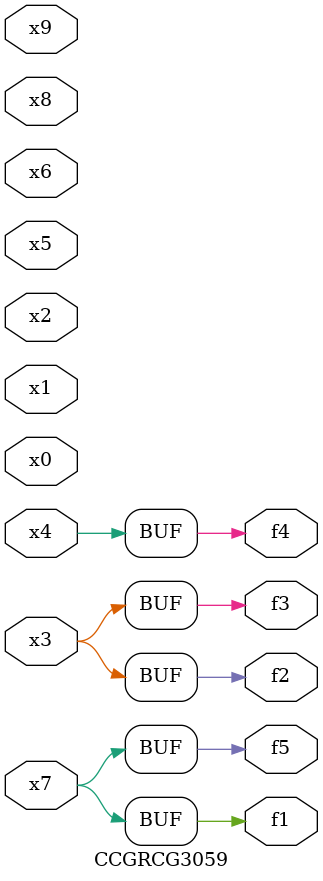
<source format=v>
module CCGRCG3059(
	input x0, x1, x2, x3, x4, x5, x6, x7, x8, x9,
	output f1, f2, f3, f4, f5
);
	assign f1 = x7;
	assign f2 = x3;
	assign f3 = x3;
	assign f4 = x4;
	assign f5 = x7;
endmodule

</source>
